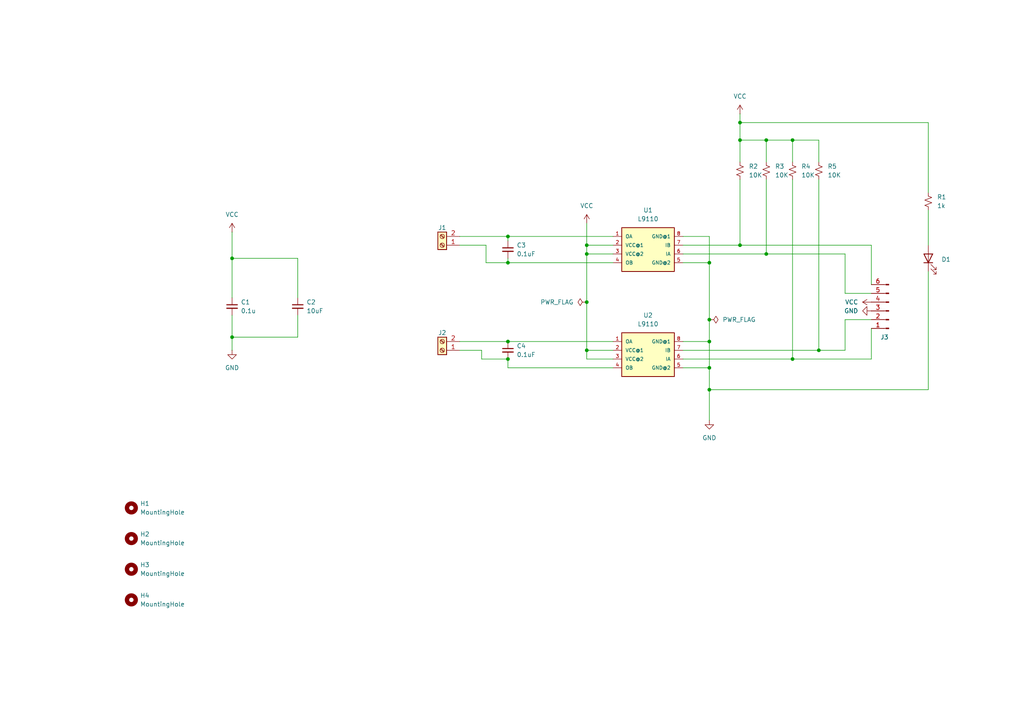
<source format=kicad_sch>
(kicad_sch
	(version 20231120)
	(generator "eeschema")
	(generator_version "8.0")
	(uuid "edd9ec1d-f044-4b07-9118-a7fcd2e25489")
	(paper "A4")
	(title_block
		(title "L9110 Module")
		(company "Prince Lee Muhera")
	)
	(lib_symbols
		(symbol "Connector:Conn_01x06_Pin"
			(pin_names
				(offset 1.016) hide)
			(exclude_from_sim no)
			(in_bom yes)
			(on_board yes)
			(property "Reference" "J"
				(at 0 7.62 0)
				(effects
					(font
						(size 1.27 1.27)
					)
				)
			)
			(property "Value" "Conn_01x06_Pin"
				(at 0 -10.16 0)
				(effects
					(font
						(size 1.27 1.27)
					)
				)
			)
			(property "Footprint" ""
				(at 0 0 0)
				(effects
					(font
						(size 1.27 1.27)
					)
					(hide yes)
				)
			)
			(property "Datasheet" "~"
				(at 0 0 0)
				(effects
					(font
						(size 1.27 1.27)
					)
					(hide yes)
				)
			)
			(property "Description" "Generic connector, single row, 01x06, script generated"
				(at 0 0 0)
				(effects
					(font
						(size 1.27 1.27)
					)
					(hide yes)
				)
			)
			(property "ki_locked" ""
				(at 0 0 0)
				(effects
					(font
						(size 1.27 1.27)
					)
				)
			)
			(property "ki_keywords" "connector"
				(at 0 0 0)
				(effects
					(font
						(size 1.27 1.27)
					)
					(hide yes)
				)
			)
			(property "ki_fp_filters" "Connector*:*_1x??_*"
				(at 0 0 0)
				(effects
					(font
						(size 1.27 1.27)
					)
					(hide yes)
				)
			)
			(symbol "Conn_01x06_Pin_1_1"
				(polyline
					(pts
						(xy 1.27 -7.62) (xy 0.8636 -7.62)
					)
					(stroke
						(width 0.1524)
						(type default)
					)
					(fill
						(type none)
					)
				)
				(polyline
					(pts
						(xy 1.27 -5.08) (xy 0.8636 -5.08)
					)
					(stroke
						(width 0.1524)
						(type default)
					)
					(fill
						(type none)
					)
				)
				(polyline
					(pts
						(xy 1.27 -2.54) (xy 0.8636 -2.54)
					)
					(stroke
						(width 0.1524)
						(type default)
					)
					(fill
						(type none)
					)
				)
				(polyline
					(pts
						(xy 1.27 0) (xy 0.8636 0)
					)
					(stroke
						(width 0.1524)
						(type default)
					)
					(fill
						(type none)
					)
				)
				(polyline
					(pts
						(xy 1.27 2.54) (xy 0.8636 2.54)
					)
					(stroke
						(width 0.1524)
						(type default)
					)
					(fill
						(type none)
					)
				)
				(polyline
					(pts
						(xy 1.27 5.08) (xy 0.8636 5.08)
					)
					(stroke
						(width 0.1524)
						(type default)
					)
					(fill
						(type none)
					)
				)
				(rectangle
					(start 0.8636 -7.493)
					(end 0 -7.747)
					(stroke
						(width 0.1524)
						(type default)
					)
					(fill
						(type outline)
					)
				)
				(rectangle
					(start 0.8636 -4.953)
					(end 0 -5.207)
					(stroke
						(width 0.1524)
						(type default)
					)
					(fill
						(type outline)
					)
				)
				(rectangle
					(start 0.8636 -2.413)
					(end 0 -2.667)
					(stroke
						(width 0.1524)
						(type default)
					)
					(fill
						(type outline)
					)
				)
				(rectangle
					(start 0.8636 0.127)
					(end 0 -0.127)
					(stroke
						(width 0.1524)
						(type default)
					)
					(fill
						(type outline)
					)
				)
				(rectangle
					(start 0.8636 2.667)
					(end 0 2.413)
					(stroke
						(width 0.1524)
						(type default)
					)
					(fill
						(type outline)
					)
				)
				(rectangle
					(start 0.8636 5.207)
					(end 0 4.953)
					(stroke
						(width 0.1524)
						(type default)
					)
					(fill
						(type outline)
					)
				)
				(pin passive line
					(at 5.08 5.08 180)
					(length 3.81)
					(name "Pin_1"
						(effects
							(font
								(size 1.27 1.27)
							)
						)
					)
					(number "1"
						(effects
							(font
								(size 1.27 1.27)
							)
						)
					)
				)
				(pin passive line
					(at 5.08 2.54 180)
					(length 3.81)
					(name "Pin_2"
						(effects
							(font
								(size 1.27 1.27)
							)
						)
					)
					(number "2"
						(effects
							(font
								(size 1.27 1.27)
							)
						)
					)
				)
				(pin passive line
					(at 5.08 0 180)
					(length 3.81)
					(name "Pin_3"
						(effects
							(font
								(size 1.27 1.27)
							)
						)
					)
					(number "3"
						(effects
							(font
								(size 1.27 1.27)
							)
						)
					)
				)
				(pin passive line
					(at 5.08 -2.54 180)
					(length 3.81)
					(name "Pin_4"
						(effects
							(font
								(size 1.27 1.27)
							)
						)
					)
					(number "4"
						(effects
							(font
								(size 1.27 1.27)
							)
						)
					)
				)
				(pin passive line
					(at 5.08 -5.08 180)
					(length 3.81)
					(name "Pin_5"
						(effects
							(font
								(size 1.27 1.27)
							)
						)
					)
					(number "5"
						(effects
							(font
								(size 1.27 1.27)
							)
						)
					)
				)
				(pin passive line
					(at 5.08 -7.62 180)
					(length 3.81)
					(name "Pin_6"
						(effects
							(font
								(size 1.27 1.27)
							)
						)
					)
					(number "6"
						(effects
							(font
								(size 1.27 1.27)
							)
						)
					)
				)
			)
		)
		(symbol "Connector:Screw_Terminal_01x02"
			(pin_names
				(offset 1.016) hide)
			(exclude_from_sim no)
			(in_bom yes)
			(on_board yes)
			(property "Reference" "J"
				(at 0 2.54 0)
				(effects
					(font
						(size 1.27 1.27)
					)
				)
			)
			(property "Value" "Screw_Terminal_01x02"
				(at 0 -5.08 0)
				(effects
					(font
						(size 1.27 1.27)
					)
				)
			)
			(property "Footprint" ""
				(at 0 0 0)
				(effects
					(font
						(size 1.27 1.27)
					)
					(hide yes)
				)
			)
			(property "Datasheet" "~"
				(at 0 0 0)
				(effects
					(font
						(size 1.27 1.27)
					)
					(hide yes)
				)
			)
			(property "Description" "Generic screw terminal, single row, 01x02, script generated (kicad-library-utils/schlib/autogen/connector/)"
				(at 0 0 0)
				(effects
					(font
						(size 1.27 1.27)
					)
					(hide yes)
				)
			)
			(property "ki_keywords" "screw terminal"
				(at 0 0 0)
				(effects
					(font
						(size 1.27 1.27)
					)
					(hide yes)
				)
			)
			(property "ki_fp_filters" "TerminalBlock*:*"
				(at 0 0 0)
				(effects
					(font
						(size 1.27 1.27)
					)
					(hide yes)
				)
			)
			(symbol "Screw_Terminal_01x02_1_1"
				(rectangle
					(start -1.27 1.27)
					(end 1.27 -3.81)
					(stroke
						(width 0.254)
						(type default)
					)
					(fill
						(type background)
					)
				)
				(circle
					(center 0 -2.54)
					(radius 0.635)
					(stroke
						(width 0.1524)
						(type default)
					)
					(fill
						(type none)
					)
				)
				(polyline
					(pts
						(xy -0.5334 -2.2098) (xy 0.3302 -3.048)
					)
					(stroke
						(width 0.1524)
						(type default)
					)
					(fill
						(type none)
					)
				)
				(polyline
					(pts
						(xy -0.5334 0.3302) (xy 0.3302 -0.508)
					)
					(stroke
						(width 0.1524)
						(type default)
					)
					(fill
						(type none)
					)
				)
				(polyline
					(pts
						(xy -0.3556 -2.032) (xy 0.508 -2.8702)
					)
					(stroke
						(width 0.1524)
						(type default)
					)
					(fill
						(type none)
					)
				)
				(polyline
					(pts
						(xy -0.3556 0.508) (xy 0.508 -0.3302)
					)
					(stroke
						(width 0.1524)
						(type default)
					)
					(fill
						(type none)
					)
				)
				(circle
					(center 0 0)
					(radius 0.635)
					(stroke
						(width 0.1524)
						(type default)
					)
					(fill
						(type none)
					)
				)
				(pin passive line
					(at -5.08 0 0)
					(length 3.81)
					(name "Pin_1"
						(effects
							(font
								(size 1.27 1.27)
							)
						)
					)
					(number "1"
						(effects
							(font
								(size 1.27 1.27)
							)
						)
					)
				)
				(pin passive line
					(at -5.08 -2.54 0)
					(length 3.81)
					(name "Pin_2"
						(effects
							(font
								(size 1.27 1.27)
							)
						)
					)
					(number "2"
						(effects
							(font
								(size 1.27 1.27)
							)
						)
					)
				)
			)
		)
		(symbol "Device:C_Small"
			(pin_numbers hide)
			(pin_names
				(offset 0.254) hide)
			(exclude_from_sim no)
			(in_bom yes)
			(on_board yes)
			(property "Reference" "C"
				(at 0.254 1.778 0)
				(effects
					(font
						(size 1.27 1.27)
					)
					(justify left)
				)
			)
			(property "Value" "C_Small"
				(at 0.254 -2.032 0)
				(effects
					(font
						(size 1.27 1.27)
					)
					(justify left)
				)
			)
			(property "Footprint" ""
				(at 0 0 0)
				(effects
					(font
						(size 1.27 1.27)
					)
					(hide yes)
				)
			)
			(property "Datasheet" "~"
				(at 0 0 0)
				(effects
					(font
						(size 1.27 1.27)
					)
					(hide yes)
				)
			)
			(property "Description" "Unpolarized capacitor, small symbol"
				(at 0 0 0)
				(effects
					(font
						(size 1.27 1.27)
					)
					(hide yes)
				)
			)
			(property "ki_keywords" "capacitor cap"
				(at 0 0 0)
				(effects
					(font
						(size 1.27 1.27)
					)
					(hide yes)
				)
			)
			(property "ki_fp_filters" "C_*"
				(at 0 0 0)
				(effects
					(font
						(size 1.27 1.27)
					)
					(hide yes)
				)
			)
			(symbol "C_Small_0_1"
				(polyline
					(pts
						(xy -1.524 -0.508) (xy 1.524 -0.508)
					)
					(stroke
						(width 0.3302)
						(type default)
					)
					(fill
						(type none)
					)
				)
				(polyline
					(pts
						(xy -1.524 0.508) (xy 1.524 0.508)
					)
					(stroke
						(width 0.3048)
						(type default)
					)
					(fill
						(type none)
					)
				)
			)
			(symbol "C_Small_1_1"
				(pin passive line
					(at 0 2.54 270)
					(length 2.032)
					(name "~"
						(effects
							(font
								(size 1.27 1.27)
							)
						)
					)
					(number "1"
						(effects
							(font
								(size 1.27 1.27)
							)
						)
					)
				)
				(pin passive line
					(at 0 -2.54 90)
					(length 2.032)
					(name "~"
						(effects
							(font
								(size 1.27 1.27)
							)
						)
					)
					(number "2"
						(effects
							(font
								(size 1.27 1.27)
							)
						)
					)
				)
			)
		)
		(symbol "Device:LED"
			(pin_numbers hide)
			(pin_names
				(offset 1.016) hide)
			(exclude_from_sim no)
			(in_bom yes)
			(on_board yes)
			(property "Reference" "D"
				(at 0 2.54 0)
				(effects
					(font
						(size 1.27 1.27)
					)
				)
			)
			(property "Value" "LED"
				(at 0 -2.54 0)
				(effects
					(font
						(size 1.27 1.27)
					)
				)
			)
			(property "Footprint" ""
				(at 0 0 0)
				(effects
					(font
						(size 1.27 1.27)
					)
					(hide yes)
				)
			)
			(property "Datasheet" "~"
				(at 0 0 0)
				(effects
					(font
						(size 1.27 1.27)
					)
					(hide yes)
				)
			)
			(property "Description" "Light emitting diode"
				(at 0 0 0)
				(effects
					(font
						(size 1.27 1.27)
					)
					(hide yes)
				)
			)
			(property "ki_keywords" "LED diode"
				(at 0 0 0)
				(effects
					(font
						(size 1.27 1.27)
					)
					(hide yes)
				)
			)
			(property "ki_fp_filters" "LED* LED_SMD:* LED_THT:*"
				(at 0 0 0)
				(effects
					(font
						(size 1.27 1.27)
					)
					(hide yes)
				)
			)
			(symbol "LED_0_1"
				(polyline
					(pts
						(xy -1.27 -1.27) (xy -1.27 1.27)
					)
					(stroke
						(width 0.254)
						(type default)
					)
					(fill
						(type none)
					)
				)
				(polyline
					(pts
						(xy -1.27 0) (xy 1.27 0)
					)
					(stroke
						(width 0)
						(type default)
					)
					(fill
						(type none)
					)
				)
				(polyline
					(pts
						(xy 1.27 -1.27) (xy 1.27 1.27) (xy -1.27 0) (xy 1.27 -1.27)
					)
					(stroke
						(width 0.254)
						(type default)
					)
					(fill
						(type none)
					)
				)
				(polyline
					(pts
						(xy -3.048 -0.762) (xy -4.572 -2.286) (xy -3.81 -2.286) (xy -4.572 -2.286) (xy -4.572 -1.524)
					)
					(stroke
						(width 0)
						(type default)
					)
					(fill
						(type none)
					)
				)
				(polyline
					(pts
						(xy -1.778 -0.762) (xy -3.302 -2.286) (xy -2.54 -2.286) (xy -3.302 -2.286) (xy -3.302 -1.524)
					)
					(stroke
						(width 0)
						(type default)
					)
					(fill
						(type none)
					)
				)
			)
			(symbol "LED_1_1"
				(pin passive line
					(at -3.81 0 0)
					(length 2.54)
					(name "K"
						(effects
							(font
								(size 1.27 1.27)
							)
						)
					)
					(number "1"
						(effects
							(font
								(size 1.27 1.27)
							)
						)
					)
				)
				(pin passive line
					(at 3.81 0 180)
					(length 2.54)
					(name "A"
						(effects
							(font
								(size 1.27 1.27)
							)
						)
					)
					(number "2"
						(effects
							(font
								(size 1.27 1.27)
							)
						)
					)
				)
			)
		)
		(symbol "Device:R_Small_US"
			(pin_numbers hide)
			(pin_names
				(offset 0.254) hide)
			(exclude_from_sim no)
			(in_bom yes)
			(on_board yes)
			(property "Reference" "R"
				(at 0.762 0.508 0)
				(effects
					(font
						(size 1.27 1.27)
					)
					(justify left)
				)
			)
			(property "Value" "R_Small_US"
				(at 0.762 -1.016 0)
				(effects
					(font
						(size 1.27 1.27)
					)
					(justify left)
				)
			)
			(property "Footprint" ""
				(at 0 0 0)
				(effects
					(font
						(size 1.27 1.27)
					)
					(hide yes)
				)
			)
			(property "Datasheet" "~"
				(at 0 0 0)
				(effects
					(font
						(size 1.27 1.27)
					)
					(hide yes)
				)
			)
			(property "Description" "Resistor, small US symbol"
				(at 0 0 0)
				(effects
					(font
						(size 1.27 1.27)
					)
					(hide yes)
				)
			)
			(property "ki_keywords" "r resistor"
				(at 0 0 0)
				(effects
					(font
						(size 1.27 1.27)
					)
					(hide yes)
				)
			)
			(property "ki_fp_filters" "R_*"
				(at 0 0 0)
				(effects
					(font
						(size 1.27 1.27)
					)
					(hide yes)
				)
			)
			(symbol "R_Small_US_1_1"
				(polyline
					(pts
						(xy 0 0) (xy 1.016 -0.381) (xy 0 -0.762) (xy -1.016 -1.143) (xy 0 -1.524)
					)
					(stroke
						(width 0)
						(type default)
					)
					(fill
						(type none)
					)
				)
				(polyline
					(pts
						(xy 0 1.524) (xy 1.016 1.143) (xy 0 0.762) (xy -1.016 0.381) (xy 0 0)
					)
					(stroke
						(width 0)
						(type default)
					)
					(fill
						(type none)
					)
				)
				(pin passive line
					(at 0 2.54 270)
					(length 1.016)
					(name "~"
						(effects
							(font
								(size 1.27 1.27)
							)
						)
					)
					(number "1"
						(effects
							(font
								(size 1.27 1.27)
							)
						)
					)
				)
				(pin passive line
					(at 0 -2.54 90)
					(length 1.016)
					(name "~"
						(effects
							(font
								(size 1.27 1.27)
							)
						)
					)
					(number "2"
						(effects
							(font
								(size 1.27 1.27)
							)
						)
					)
				)
			)
		)
		(symbol "L9110:L9110"
			(pin_names
				(offset 1.016)
			)
			(exclude_from_sim no)
			(in_bom yes)
			(on_board yes)
			(property "Reference" "U"
				(at 0 0 0)
				(effects
					(font
						(size 1.27 1.27)
					)
					(justify bottom)
				)
			)
			(property "Value" "L9110"
				(at 0 0 0)
				(effects
					(font
						(size 1.27 1.27)
					)
					(justify bottom)
				)
			)
			(property "Footprint" "L9110:SO-08"
				(at 0 0 0)
				(effects
					(font
						(size 1.27 1.27)
					)
					(justify bottom)
					(hide yes)
				)
			)
			(property "Datasheet" ""
				(at 0 0 0)
				(effects
					(font
						(size 1.27 1.27)
					)
					(hide yes)
				)
			)
			(property "Description" ""
				(at 0 0 0)
				(effects
					(font
						(size 1.27 1.27)
					)
					(hide yes)
				)
			)
			(property "MF" "Asic"
				(at 0 0 0)
				(effects
					(font
						(size 1.27 1.27)
					)
					(justify bottom)
					(hide yes)
				)
			)
			(property "Description_1" "\nMotor control driver chip\n"
				(at 0 0 0)
				(effects
					(font
						(size 1.27 1.27)
					)
					(justify bottom)
					(hide yes)
				)
			)
			(property "Package" "Package"
				(at 0 0 0)
				(effects
					(font
						(size 1.27 1.27)
					)
					(justify bottom)
					(hide yes)
				)
			)
			(property "Price" "None"
				(at 0 0 0)
				(effects
					(font
						(size 1.27 1.27)
					)
					(justify bottom)
					(hide yes)
				)
			)
			(property "SnapEDA_Link" "https://www.snapeda.com/parts/L9110%20(SOP-8)/Asic/view-part/?ref=snap"
				(at 0 0 0)
				(effects
					(font
						(size 1.27 1.27)
					)
					(justify bottom)
					(hide yes)
				)
			)
			(property "MP" "L9110 (SOP-8)"
				(at 0 0 0)
				(effects
					(font
						(size 1.27 1.27)
					)
					(justify bottom)
					(hide yes)
				)
			)
			(property "Availability" "Not in stock"
				(at 0 0 0)
				(effects
					(font
						(size 1.27 1.27)
					)
					(justify bottom)
					(hide yes)
				)
			)
			(property "Check_prices" "https://www.snapeda.com/parts/L9110%20(SOP-8)/Asic/view-part/?ref=eda"
				(at 0 0 0)
				(effects
					(font
						(size 1.27 1.27)
					)
					(justify bottom)
					(hide yes)
				)
			)
			(symbol "L9110_0_0"
				(rectangle
					(start -7.62 -5.08)
					(end 7.62 7.62)
					(stroke
						(width 0.254)
						(type default)
					)
					(fill
						(type background)
					)
				)
				(pin output line
					(at -10.16 5.08 0)
					(length 2.54)
					(name "OA"
						(effects
							(font
								(size 1.016 1.016)
							)
						)
					)
					(number "1"
						(effects
							(font
								(size 1.016 1.016)
							)
						)
					)
				)
				(pin power_in line
					(at -10.16 2.54 0)
					(length 2.54)
					(name "VCC@1"
						(effects
							(font
								(size 1.016 1.016)
							)
						)
					)
					(number "2"
						(effects
							(font
								(size 1.016 1.016)
							)
						)
					)
				)
				(pin power_in line
					(at -10.16 0 0)
					(length 2.54)
					(name "VCC@2"
						(effects
							(font
								(size 1.016 1.016)
							)
						)
					)
					(number "3"
						(effects
							(font
								(size 1.016 1.016)
							)
						)
					)
				)
				(pin output line
					(at -10.16 -2.54 0)
					(length 2.54)
					(name "OB"
						(effects
							(font
								(size 1.016 1.016)
							)
						)
					)
					(number "4"
						(effects
							(font
								(size 1.016 1.016)
							)
						)
					)
				)
				(pin power_in line
					(at 10.16 -2.54 180)
					(length 2.54)
					(name "GND@2"
						(effects
							(font
								(size 1.016 1.016)
							)
						)
					)
					(number "5"
						(effects
							(font
								(size 1.016 1.016)
							)
						)
					)
				)
				(pin input line
					(at 10.16 0 180)
					(length 2.54)
					(name "IA"
						(effects
							(font
								(size 1.016 1.016)
							)
						)
					)
					(number "6"
						(effects
							(font
								(size 1.016 1.016)
							)
						)
					)
				)
				(pin input line
					(at 10.16 2.54 180)
					(length 2.54)
					(name "IB"
						(effects
							(font
								(size 1.016 1.016)
							)
						)
					)
					(number "7"
						(effects
							(font
								(size 1.016 1.016)
							)
						)
					)
				)
				(pin power_in line
					(at 10.16 5.08 180)
					(length 2.54)
					(name "GND@1"
						(effects
							(font
								(size 1.016 1.016)
							)
						)
					)
					(number "8"
						(effects
							(font
								(size 1.016 1.016)
							)
						)
					)
				)
			)
		)
		(symbol "Mechanical:MountingHole"
			(pin_names
				(offset 1.016)
			)
			(exclude_from_sim yes)
			(in_bom no)
			(on_board yes)
			(property "Reference" "H"
				(at 0 5.08 0)
				(effects
					(font
						(size 1.27 1.27)
					)
				)
			)
			(property "Value" "MountingHole"
				(at 0 3.175 0)
				(effects
					(font
						(size 1.27 1.27)
					)
				)
			)
			(property "Footprint" ""
				(at 0 0 0)
				(effects
					(font
						(size 1.27 1.27)
					)
					(hide yes)
				)
			)
			(property "Datasheet" "~"
				(at 0 0 0)
				(effects
					(font
						(size 1.27 1.27)
					)
					(hide yes)
				)
			)
			(property "Description" "Mounting Hole without connection"
				(at 0 0 0)
				(effects
					(font
						(size 1.27 1.27)
					)
					(hide yes)
				)
			)
			(property "ki_keywords" "mounting hole"
				(at 0 0 0)
				(effects
					(font
						(size 1.27 1.27)
					)
					(hide yes)
				)
			)
			(property "ki_fp_filters" "MountingHole*"
				(at 0 0 0)
				(effects
					(font
						(size 1.27 1.27)
					)
					(hide yes)
				)
			)
			(symbol "MountingHole_0_1"
				(circle
					(center 0 0)
					(radius 1.27)
					(stroke
						(width 1.27)
						(type default)
					)
					(fill
						(type none)
					)
				)
			)
		)
		(symbol "power:GND"
			(power)
			(pin_numbers hide)
			(pin_names
				(offset 0) hide)
			(exclude_from_sim no)
			(in_bom yes)
			(on_board yes)
			(property "Reference" "#PWR"
				(at 0 -6.35 0)
				(effects
					(font
						(size 1.27 1.27)
					)
					(hide yes)
				)
			)
			(property "Value" "GND"
				(at 0 -3.81 0)
				(effects
					(font
						(size 1.27 1.27)
					)
				)
			)
			(property "Footprint" ""
				(at 0 0 0)
				(effects
					(font
						(size 1.27 1.27)
					)
					(hide yes)
				)
			)
			(property "Datasheet" ""
				(at 0 0 0)
				(effects
					(font
						(size 1.27 1.27)
					)
					(hide yes)
				)
			)
			(property "Description" "Power symbol creates a global label with name \"GND\" , ground"
				(at 0 0 0)
				(effects
					(font
						(size 1.27 1.27)
					)
					(hide yes)
				)
			)
			(property "ki_keywords" "global power"
				(at 0 0 0)
				(effects
					(font
						(size 1.27 1.27)
					)
					(hide yes)
				)
			)
			(symbol "GND_0_1"
				(polyline
					(pts
						(xy 0 0) (xy 0 -1.27) (xy 1.27 -1.27) (xy 0 -2.54) (xy -1.27 -1.27) (xy 0 -1.27)
					)
					(stroke
						(width 0)
						(type default)
					)
					(fill
						(type none)
					)
				)
			)
			(symbol "GND_1_1"
				(pin power_in line
					(at 0 0 270)
					(length 0)
					(name "~"
						(effects
							(font
								(size 1.27 1.27)
							)
						)
					)
					(number "1"
						(effects
							(font
								(size 1.27 1.27)
							)
						)
					)
				)
			)
		)
		(symbol "power:PWR_FLAG"
			(power)
			(pin_numbers hide)
			(pin_names
				(offset 0) hide)
			(exclude_from_sim no)
			(in_bom yes)
			(on_board yes)
			(property "Reference" "#FLG"
				(at 0 1.905 0)
				(effects
					(font
						(size 1.27 1.27)
					)
					(hide yes)
				)
			)
			(property "Value" "PWR_FLAG"
				(at 0 3.81 0)
				(effects
					(font
						(size 1.27 1.27)
					)
				)
			)
			(property "Footprint" ""
				(at 0 0 0)
				(effects
					(font
						(size 1.27 1.27)
					)
					(hide yes)
				)
			)
			(property "Datasheet" "~"
				(at 0 0 0)
				(effects
					(font
						(size 1.27 1.27)
					)
					(hide yes)
				)
			)
			(property "Description" "Special symbol for telling ERC where power comes from"
				(at 0 0 0)
				(effects
					(font
						(size 1.27 1.27)
					)
					(hide yes)
				)
			)
			(property "ki_keywords" "flag power"
				(at 0 0 0)
				(effects
					(font
						(size 1.27 1.27)
					)
					(hide yes)
				)
			)
			(symbol "PWR_FLAG_0_0"
				(pin power_out line
					(at 0 0 90)
					(length 0)
					(name "~"
						(effects
							(font
								(size 1.27 1.27)
							)
						)
					)
					(number "1"
						(effects
							(font
								(size 1.27 1.27)
							)
						)
					)
				)
			)
			(symbol "PWR_FLAG_0_1"
				(polyline
					(pts
						(xy 0 0) (xy 0 1.27) (xy -1.016 1.905) (xy 0 2.54) (xy 1.016 1.905) (xy 0 1.27)
					)
					(stroke
						(width 0)
						(type default)
					)
					(fill
						(type none)
					)
				)
			)
		)
		(symbol "power:VCC"
			(power)
			(pin_numbers hide)
			(pin_names
				(offset 0) hide)
			(exclude_from_sim no)
			(in_bom yes)
			(on_board yes)
			(property "Reference" "#PWR"
				(at 0 -3.81 0)
				(effects
					(font
						(size 1.27 1.27)
					)
					(hide yes)
				)
			)
			(property "Value" "VCC"
				(at 0 3.556 0)
				(effects
					(font
						(size 1.27 1.27)
					)
				)
			)
			(property "Footprint" ""
				(at 0 0 0)
				(effects
					(font
						(size 1.27 1.27)
					)
					(hide yes)
				)
			)
			(property "Datasheet" ""
				(at 0 0 0)
				(effects
					(font
						(size 1.27 1.27)
					)
					(hide yes)
				)
			)
			(property "Description" "Power symbol creates a global label with name \"VCC\""
				(at 0 0 0)
				(effects
					(font
						(size 1.27 1.27)
					)
					(hide yes)
				)
			)
			(property "ki_keywords" "global power"
				(at 0 0 0)
				(effects
					(font
						(size 1.27 1.27)
					)
					(hide yes)
				)
			)
			(symbol "VCC_0_1"
				(polyline
					(pts
						(xy -0.762 1.27) (xy 0 2.54)
					)
					(stroke
						(width 0)
						(type default)
					)
					(fill
						(type none)
					)
				)
				(polyline
					(pts
						(xy 0 0) (xy 0 2.54)
					)
					(stroke
						(width 0)
						(type default)
					)
					(fill
						(type none)
					)
				)
				(polyline
					(pts
						(xy 0 2.54) (xy 0.762 1.27)
					)
					(stroke
						(width 0)
						(type default)
					)
					(fill
						(type none)
					)
				)
			)
			(symbol "VCC_1_1"
				(pin power_in line
					(at 0 0 90)
					(length 0)
					(name "~"
						(effects
							(font
								(size 1.27 1.27)
							)
						)
					)
					(number "1"
						(effects
							(font
								(size 1.27 1.27)
							)
						)
					)
				)
			)
		)
	)
	(junction
		(at 170.18 87.63)
		(diameter 0)
		(color 0 0 0 0)
		(uuid "0cf9d843-9467-4a90-8569-0ea58e7a0afd")
	)
	(junction
		(at 222.25 73.66)
		(diameter 0)
		(color 0 0 0 0)
		(uuid "1b248069-e298-485c-b7f5-98425305724b")
	)
	(junction
		(at 147.32 99.06)
		(diameter 0)
		(color 0 0 0 0)
		(uuid "208d8e7b-7d3d-4c43-9fb2-6e7851bbad9e")
	)
	(junction
		(at 205.74 106.68)
		(diameter 0)
		(color 0 0 0 0)
		(uuid "31a6cc7f-08e8-4797-b1ca-b29f07ee5e45")
	)
	(junction
		(at 229.87 104.14)
		(diameter 0)
		(color 0 0 0 0)
		(uuid "3682c77b-3696-4e14-b856-d352f88b5905")
	)
	(junction
		(at 147.32 104.14)
		(diameter 0)
		(color 0 0 0 0)
		(uuid "41196e81-84a0-4d98-9c3d-8dc47760a159")
	)
	(junction
		(at 214.63 71.12)
		(diameter 0)
		(color 0 0 0 0)
		(uuid "54309361-eeaf-42bb-9755-3833af802964")
	)
	(junction
		(at 229.87 40.64)
		(diameter 0)
		(color 0 0 0 0)
		(uuid "5a972902-fc43-4e0d-b608-db3960333c18")
	)
	(junction
		(at 170.18 73.66)
		(diameter 0)
		(color 0 0 0 0)
		(uuid "5dc75549-2181-4a97-9b34-d5d1e568687e")
	)
	(junction
		(at 222.25 40.64)
		(diameter 0)
		(color 0 0 0 0)
		(uuid "61842e59-62c4-4856-98ad-62a3ef9848e2")
	)
	(junction
		(at 67.31 97.79)
		(diameter 0)
		(color 0 0 0 0)
		(uuid "64ffb752-b1fc-4a69-ba6e-c27a3fdb5686")
	)
	(junction
		(at 214.63 35.56)
		(diameter 0)
		(color 0 0 0 0)
		(uuid "81951559-9e30-4064-b268-4fa85e9a0e50")
	)
	(junction
		(at 170.18 71.12)
		(diameter 0)
		(color 0 0 0 0)
		(uuid "921ec9af-b93f-43c8-bf0d-a9e494f640d0")
	)
	(junction
		(at 205.74 76.2)
		(diameter 0)
		(color 0 0 0 0)
		(uuid "94d330bd-8b30-4d6a-8522-acea545172d4")
	)
	(junction
		(at 214.63 40.64)
		(diameter 0)
		(color 0 0 0 0)
		(uuid "99d4290f-8ccb-4919-b417-09eeb635a9a2")
	)
	(junction
		(at 205.74 99.06)
		(diameter 0)
		(color 0 0 0 0)
		(uuid "a38bec7d-2707-4570-b873-811deba569b5")
	)
	(junction
		(at 170.18 101.6)
		(diameter 0)
		(color 0 0 0 0)
		(uuid "b1e90b80-610e-46bf-9d19-eb67065f8291")
	)
	(junction
		(at 147.32 68.58)
		(diameter 0)
		(color 0 0 0 0)
		(uuid "b303b2b5-5535-4732-aeac-5a498a973b1a")
	)
	(junction
		(at 237.49 101.6)
		(diameter 0)
		(color 0 0 0 0)
		(uuid "b3d8165c-65d1-4795-9b33-d8372fca0365")
	)
	(junction
		(at 147.32 76.2)
		(diameter 0)
		(color 0 0 0 0)
		(uuid "b4dfd1df-eb27-48ea-97da-3ef7780681d5")
	)
	(junction
		(at 67.31 74.93)
		(diameter 0)
		(color 0 0 0 0)
		(uuid "c7c10c11-ca4f-44f3-8565-cb9a3970a4b2")
	)
	(junction
		(at 205.74 113.03)
		(diameter 0)
		(color 0 0 0 0)
		(uuid "d3fdb67c-74ae-4fe7-a363-0bd59ca352b4")
	)
	(junction
		(at 205.74 92.71)
		(diameter 0)
		(color 0 0 0 0)
		(uuid "f357849a-dac2-4a8a-b721-38b51c11e095")
	)
	(wire
		(pts
			(xy 269.24 55.88) (xy 269.24 35.56)
		)
		(stroke
			(width 0)
			(type default)
		)
		(uuid "005eee12-c0a9-40bc-ac93-96f428230ba0")
	)
	(wire
		(pts
			(xy 139.7 101.6) (xy 139.7 104.14)
		)
		(stroke
			(width 0)
			(type default)
		)
		(uuid "00f09dfe-cd19-4c3d-b674-79b90df33c4b")
	)
	(wire
		(pts
			(xy 147.32 76.2) (xy 177.8 76.2)
		)
		(stroke
			(width 0)
			(type default)
		)
		(uuid "056ff451-ad42-4073-8f3c-c3b92e748bd3")
	)
	(wire
		(pts
			(xy 245.11 101.6) (xy 245.11 92.71)
		)
		(stroke
			(width 0)
			(type default)
		)
		(uuid "0bbbb841-6e2a-42a5-84d5-563b88c37eb7")
	)
	(wire
		(pts
			(xy 170.18 101.6) (xy 177.8 101.6)
		)
		(stroke
			(width 0)
			(type default)
		)
		(uuid "0cfe7fd5-4bb9-4803-8e76-969ed7d2e340")
	)
	(wire
		(pts
			(xy 252.73 104.14) (xy 252.73 95.25)
		)
		(stroke
			(width 0)
			(type default)
		)
		(uuid "0fbcdb55-70aa-4399-8746-2c49cc18608c")
	)
	(wire
		(pts
			(xy 170.18 104.14) (xy 170.18 101.6)
		)
		(stroke
			(width 0)
			(type default)
		)
		(uuid "10b815b9-733f-4314-b936-f045102dbca8")
	)
	(wire
		(pts
			(xy 214.63 33.02) (xy 214.63 35.56)
		)
		(stroke
			(width 0)
			(type default)
		)
		(uuid "124add84-d0cd-48c7-9909-dfc48f49b70f")
	)
	(wire
		(pts
			(xy 198.12 73.66) (xy 222.25 73.66)
		)
		(stroke
			(width 0)
			(type default)
		)
		(uuid "1321b299-c402-4355-9557-eb1727a3a251")
	)
	(wire
		(pts
			(xy 205.74 76.2) (xy 205.74 92.71)
		)
		(stroke
			(width 0)
			(type default)
		)
		(uuid "18b90cf1-efca-4f09-99cc-99892a059c7b")
	)
	(wire
		(pts
			(xy 170.18 71.12) (xy 177.8 71.12)
		)
		(stroke
			(width 0)
			(type default)
		)
		(uuid "1d94dffd-4031-47d4-9cdd-41f811e251d7")
	)
	(wire
		(pts
			(xy 86.36 74.93) (xy 67.31 74.93)
		)
		(stroke
			(width 0)
			(type default)
		)
		(uuid "26b8ecf6-84ca-42a5-abec-4923ce70a325")
	)
	(wire
		(pts
			(xy 222.25 73.66) (xy 245.11 73.66)
		)
		(stroke
			(width 0)
			(type default)
		)
		(uuid "271ded66-18b6-48ae-ae1d-54f347e1abd4")
	)
	(wire
		(pts
			(xy 198.12 104.14) (xy 229.87 104.14)
		)
		(stroke
			(width 0)
			(type default)
		)
		(uuid "29c77891-3f08-484b-9fe7-0dd4b7ba1d8a")
	)
	(wire
		(pts
			(xy 198.12 68.58) (xy 205.74 68.58)
		)
		(stroke
			(width 0)
			(type default)
		)
		(uuid "2a51e7da-6bfb-4e83-ad59-1387979ccfc4")
	)
	(wire
		(pts
			(xy 198.12 101.6) (xy 237.49 101.6)
		)
		(stroke
			(width 0)
			(type default)
		)
		(uuid "2b4f6cf9-05d3-4186-97a1-303b31fa028f")
	)
	(wire
		(pts
			(xy 147.32 68.58) (xy 147.32 69.85)
		)
		(stroke
			(width 0)
			(type default)
		)
		(uuid "2bed8be0-88c2-4c01-bad7-7556743887f1")
	)
	(wire
		(pts
			(xy 170.18 87.63) (xy 170.18 73.66)
		)
		(stroke
			(width 0)
			(type default)
		)
		(uuid "339fcbe0-1df2-4347-b418-1f348042c586")
	)
	(wire
		(pts
			(xy 205.74 99.06) (xy 205.74 106.68)
		)
		(stroke
			(width 0)
			(type default)
		)
		(uuid "362e3709-e435-4108-9611-d0812a080e53")
	)
	(wire
		(pts
			(xy 245.11 85.09) (xy 252.73 85.09)
		)
		(stroke
			(width 0)
			(type default)
		)
		(uuid "3fb509d4-7387-4d61-9d6b-5ce2de655683")
	)
	(wire
		(pts
			(xy 205.74 113.03) (xy 205.74 121.92)
		)
		(stroke
			(width 0)
			(type default)
		)
		(uuid "47293c8a-51fd-4e67-95cd-0425fc9a6934")
	)
	(wire
		(pts
			(xy 170.18 73.66) (xy 177.8 73.66)
		)
		(stroke
			(width 0)
			(type default)
		)
		(uuid "4abd2e7b-74bb-4fc5-b986-2c2efa0a07d0")
	)
	(wire
		(pts
			(xy 133.35 101.6) (xy 139.7 101.6)
		)
		(stroke
			(width 0)
			(type default)
		)
		(uuid "4eba9e18-8b2e-4e54-a2b1-a20483db18ed")
	)
	(wire
		(pts
			(xy 67.31 97.79) (xy 67.31 101.6)
		)
		(stroke
			(width 0)
			(type default)
		)
		(uuid "5526c266-ad96-40d6-abda-33874bae8ee1")
	)
	(wire
		(pts
			(xy 177.8 104.14) (xy 170.18 104.14)
		)
		(stroke
			(width 0)
			(type default)
		)
		(uuid "57964596-096b-4205-9fc7-154a41d8dbee")
	)
	(wire
		(pts
			(xy 147.32 68.58) (xy 177.8 68.58)
		)
		(stroke
			(width 0)
			(type default)
		)
		(uuid "5aed034d-ab92-44b7-9803-63595accc64f")
	)
	(wire
		(pts
			(xy 214.63 35.56) (xy 214.63 40.64)
		)
		(stroke
			(width 0)
			(type default)
		)
		(uuid "5dafb6ce-ca44-4405-a6d9-fa70821000d2")
	)
	(wire
		(pts
			(xy 86.36 86.36) (xy 86.36 74.93)
		)
		(stroke
			(width 0)
			(type default)
		)
		(uuid "604ad917-b61b-4d6b-8935-d7323deea8c3")
	)
	(wire
		(pts
			(xy 147.32 74.93) (xy 147.32 76.2)
		)
		(stroke
			(width 0)
			(type default)
		)
		(uuid "632fdf47-b91c-48fc-8c5c-0a790bcc216d")
	)
	(wire
		(pts
			(xy 214.63 40.64) (xy 214.63 46.99)
		)
		(stroke
			(width 0)
			(type default)
		)
		(uuid "63b0d545-5758-4c57-84a6-24aa5cd23174")
	)
	(wire
		(pts
			(xy 198.12 106.68) (xy 205.74 106.68)
		)
		(stroke
			(width 0)
			(type default)
		)
		(uuid "69ba3010-1e62-4e1b-8ed7-cdf217449dc5")
	)
	(wire
		(pts
			(xy 86.36 91.44) (xy 86.36 97.79)
		)
		(stroke
			(width 0)
			(type default)
		)
		(uuid "6a42b83a-bdf4-4e86-9dec-83a7d21d340b")
	)
	(wire
		(pts
			(xy 133.35 99.06) (xy 147.32 99.06)
		)
		(stroke
			(width 0)
			(type default)
		)
		(uuid "6f66840f-edf7-4468-b904-75063546d509")
	)
	(wire
		(pts
			(xy 269.24 35.56) (xy 214.63 35.56)
		)
		(stroke
			(width 0)
			(type default)
		)
		(uuid "7104b0d0-4515-4e3e-919d-11209015abe5")
	)
	(wire
		(pts
			(xy 222.25 52.07) (xy 222.25 73.66)
		)
		(stroke
			(width 0)
			(type default)
		)
		(uuid "77eeb588-288c-4f0f-aed2-9ff3db516830")
	)
	(wire
		(pts
			(xy 214.63 71.12) (xy 252.73 71.12)
		)
		(stroke
			(width 0)
			(type default)
		)
		(uuid "7998f6ab-7215-496c-8539-536063c55204")
	)
	(wire
		(pts
			(xy 67.31 74.93) (xy 67.31 86.36)
		)
		(stroke
			(width 0)
			(type default)
		)
		(uuid "7cded342-afa4-4fbf-a552-9ea1cc6be697")
	)
	(wire
		(pts
			(xy 198.12 99.06) (xy 205.74 99.06)
		)
		(stroke
			(width 0)
			(type default)
		)
		(uuid "87c7b2c6-abcb-4046-9120-2b9b36a3bb31")
	)
	(wire
		(pts
			(xy 86.36 97.79) (xy 67.31 97.79)
		)
		(stroke
			(width 0)
			(type default)
		)
		(uuid "87ddce2e-a8aa-44da-af28-05d7494b4fc7")
	)
	(wire
		(pts
			(xy 133.35 68.58) (xy 147.32 68.58)
		)
		(stroke
			(width 0)
			(type default)
		)
		(uuid "8a96e974-1a94-45e9-b736-b113722501f6")
	)
	(wire
		(pts
			(xy 229.87 46.99) (xy 229.87 40.64)
		)
		(stroke
			(width 0)
			(type default)
		)
		(uuid "907c36b7-191c-4df3-9fa1-58dc2af3c031")
	)
	(wire
		(pts
			(xy 198.12 71.12) (xy 214.63 71.12)
		)
		(stroke
			(width 0)
			(type default)
		)
		(uuid "99902d31-2c09-4767-bdf5-53a89dc7e6ce")
	)
	(wire
		(pts
			(xy 269.24 113.03) (xy 205.74 113.03)
		)
		(stroke
			(width 0)
			(type default)
		)
		(uuid "99f51f47-6078-4fb5-abcb-0ed61360fec8")
	)
	(wire
		(pts
			(xy 214.63 52.07) (xy 214.63 71.12)
		)
		(stroke
			(width 0)
			(type default)
		)
		(uuid "9a724a9a-da96-432b-8057-516f913a27d0")
	)
	(wire
		(pts
			(xy 252.73 71.12) (xy 252.73 82.55)
		)
		(stroke
			(width 0)
			(type default)
		)
		(uuid "9b2b7fcd-8c08-47c7-a0cb-888cbb9340ec")
	)
	(wire
		(pts
			(xy 170.18 73.66) (xy 170.18 71.12)
		)
		(stroke
			(width 0)
			(type default)
		)
		(uuid "9dd2f63e-7013-466d-8f2a-8f9461fda5c9")
	)
	(wire
		(pts
			(xy 170.18 71.12) (xy 170.18 64.77)
		)
		(stroke
			(width 0)
			(type default)
		)
		(uuid "a06d64d8-e04f-454f-97d9-18e7fd1723c5")
	)
	(wire
		(pts
			(xy 222.25 46.99) (xy 222.25 40.64)
		)
		(stroke
			(width 0)
			(type default)
		)
		(uuid "a44d33c0-889d-4cbc-8869-dfc17df22cb9")
	)
	(wire
		(pts
			(xy 140.97 71.12) (xy 140.97 76.2)
		)
		(stroke
			(width 0)
			(type default)
		)
		(uuid "a587f174-bc5b-412c-b5da-bc82ccf13051")
	)
	(wire
		(pts
			(xy 205.74 92.71) (xy 205.74 99.06)
		)
		(stroke
			(width 0)
			(type default)
		)
		(uuid "a7722bef-6fa4-4a26-85c2-fa13c8def636")
	)
	(wire
		(pts
			(xy 222.25 40.64) (xy 214.63 40.64)
		)
		(stroke
			(width 0)
			(type default)
		)
		(uuid "a77e3b17-1b2f-46b2-a0d7-e09736194af0")
	)
	(wire
		(pts
			(xy 237.49 40.64) (xy 229.87 40.64)
		)
		(stroke
			(width 0)
			(type default)
		)
		(uuid "ab2a6189-fd2f-4f59-89cc-9ed3d2915379")
	)
	(wire
		(pts
			(xy 67.31 67.31) (xy 67.31 74.93)
		)
		(stroke
			(width 0)
			(type default)
		)
		(uuid "b163b150-21b3-4ce8-93ca-06a80b0e8277")
	)
	(wire
		(pts
			(xy 139.7 104.14) (xy 147.32 104.14)
		)
		(stroke
			(width 0)
			(type default)
		)
		(uuid "b3f6a829-6527-46c8-ba34-589a6b304a8d")
	)
	(wire
		(pts
			(xy 237.49 46.99) (xy 237.49 40.64)
		)
		(stroke
			(width 0)
			(type default)
		)
		(uuid "bd454923-7060-4e52-815d-8686407dc7b6")
	)
	(wire
		(pts
			(xy 147.32 106.68) (xy 147.32 104.14)
		)
		(stroke
			(width 0)
			(type default)
		)
		(uuid "bef0909f-52e1-426e-8721-b2d7b772360f")
	)
	(wire
		(pts
			(xy 198.12 76.2) (xy 205.74 76.2)
		)
		(stroke
			(width 0)
			(type default)
		)
		(uuid "bf14e062-a11c-43f6-91ba-f2780dc8af39")
	)
	(wire
		(pts
			(xy 269.24 78.74) (xy 269.24 113.03)
		)
		(stroke
			(width 0)
			(type default)
		)
		(uuid "c7589895-7bf7-44f0-aad4-b1b8bac9ac65")
	)
	(wire
		(pts
			(xy 237.49 101.6) (xy 245.11 101.6)
		)
		(stroke
			(width 0)
			(type default)
		)
		(uuid "cde803ad-d316-4ffa-a69a-7437a784adb9")
	)
	(wire
		(pts
			(xy 140.97 76.2) (xy 147.32 76.2)
		)
		(stroke
			(width 0)
			(type default)
		)
		(uuid "d12e64a2-6512-4a9d-b8db-987839858a06")
	)
	(wire
		(pts
			(xy 229.87 52.07) (xy 229.87 104.14)
		)
		(stroke
			(width 0)
			(type default)
		)
		(uuid "d3495191-0206-4ac2-bd01-6f108f2d61b1")
	)
	(wire
		(pts
			(xy 245.11 92.71) (xy 252.73 92.71)
		)
		(stroke
			(width 0)
			(type default)
		)
		(uuid "d4a3747a-b631-4a42-a30c-491070825179")
	)
	(wire
		(pts
			(xy 170.18 101.6) (xy 170.18 87.63)
		)
		(stroke
			(width 0)
			(type default)
		)
		(uuid "d943948e-6207-481a-9647-d0a4e7ed3aae")
	)
	(wire
		(pts
			(xy 245.11 73.66) (xy 245.11 85.09)
		)
		(stroke
			(width 0)
			(type default)
		)
		(uuid "db27d1d3-0c39-4c6c-8e26-75911451576a")
	)
	(wire
		(pts
			(xy 269.24 60.96) (xy 269.24 71.12)
		)
		(stroke
			(width 0)
			(type default)
		)
		(uuid "dc82a644-ec74-4885-affb-a66db1002f5a")
	)
	(wire
		(pts
			(xy 133.35 71.12) (xy 140.97 71.12)
		)
		(stroke
			(width 0)
			(type default)
		)
		(uuid "de1666e3-6994-4b50-b5cd-e0e662117399")
	)
	(wire
		(pts
			(xy 237.49 52.07) (xy 237.49 101.6)
		)
		(stroke
			(width 0)
			(type default)
		)
		(uuid "e1a4774f-7a2a-4405-bf06-5b2a8cbb88e9")
	)
	(wire
		(pts
			(xy 147.32 99.06) (xy 177.8 99.06)
		)
		(stroke
			(width 0)
			(type default)
		)
		(uuid "e62d7d6e-f7f7-41ed-b235-8eb1bb153278")
	)
	(wire
		(pts
			(xy 205.74 106.68) (xy 205.74 113.03)
		)
		(stroke
			(width 0)
			(type default)
		)
		(uuid "ea3ea0a8-bfa2-41c9-981f-011da3282121")
	)
	(wire
		(pts
			(xy 229.87 40.64) (xy 222.25 40.64)
		)
		(stroke
			(width 0)
			(type default)
		)
		(uuid "edf0d64b-58a6-4567-9889-5e630d4738f9")
	)
	(wire
		(pts
			(xy 177.8 106.68) (xy 147.32 106.68)
		)
		(stroke
			(width 0)
			(type default)
		)
		(uuid "f0465730-ecf4-4375-a4fc-95c4f6937909")
	)
	(wire
		(pts
			(xy 229.87 104.14) (xy 252.73 104.14)
		)
		(stroke
			(width 0)
			(type default)
		)
		(uuid "f0960603-534e-4a1f-a40c-8826049d6d7a")
	)
	(wire
		(pts
			(xy 67.31 91.44) (xy 67.31 97.79)
		)
		(stroke
			(width 0)
			(type default)
		)
		(uuid "f4b2d019-db0c-40b7-a4ee-8b2ee702c4c8")
	)
	(wire
		(pts
			(xy 205.74 68.58) (xy 205.74 76.2)
		)
		(stroke
			(width 0)
			(type default)
		)
		(uuid "fa5279d3-73e7-474d-a23e-27c9697bcab1")
	)
	(symbol
		(lib_id "Mechanical:MountingHole")
		(at 38.1 156.21 0)
		(unit 1)
		(exclude_from_sim yes)
		(in_bom no)
		(on_board yes)
		(dnp no)
		(fields_autoplaced yes)
		(uuid "0643892b-19d0-473a-828d-409f3a50b79c")
		(property "Reference" "H2"
			(at 40.64 154.9399 0)
			(effects
				(font
					(size 1.27 1.27)
				)
				(justify left)
			)
		)
		(property "Value" "MountingHole"
			(at 40.64 157.4799 0)
			(effects
				(font
					(size 1.27 1.27)
				)
				(justify left)
			)
		)
		(property "Footprint" "MountingHole:MountingHole_2.1mm"
			(at 38.1 156.21 0)
			(effects
				(font
					(size 1.27 1.27)
				)
				(hide yes)
			)
		)
		(property "Datasheet" "~"
			(at 38.1 156.21 0)
			(effects
				(font
					(size 1.27 1.27)
				)
				(hide yes)
			)
		)
		(property "Description" "Mounting Hole without connection"
			(at 38.1 156.21 0)
			(effects
				(font
					(size 1.27 1.27)
				)
				(hide yes)
			)
		)
		(instances
			(project "L9110"
				(path "/edd9ec1d-f044-4b07-9118-a7fcd2e25489"
					(reference "H2")
					(unit 1)
				)
			)
		)
	)
	(symbol
		(lib_id "Mechanical:MountingHole")
		(at 38.1 147.32 0)
		(unit 1)
		(exclude_from_sim yes)
		(in_bom no)
		(on_board yes)
		(dnp no)
		(fields_autoplaced yes)
		(uuid "0790e2d4-86c2-47cb-93a5-d8e0b5a53ac9")
		(property "Reference" "H1"
			(at 40.64 146.0499 0)
			(effects
				(font
					(size 1.27 1.27)
				)
				(justify left)
			)
		)
		(property "Value" "MountingHole"
			(at 40.64 148.5899 0)
			(effects
				(font
					(size 1.27 1.27)
				)
				(justify left)
			)
		)
		(property "Footprint" "MountingHole:MountingHole_2.1mm"
			(at 38.1 147.32 0)
			(effects
				(font
					(size 1.27 1.27)
				)
				(hide yes)
			)
		)
		(property "Datasheet" "~"
			(at 38.1 147.32 0)
			(effects
				(font
					(size 1.27 1.27)
				)
				(hide yes)
			)
		)
		(property "Description" "Mounting Hole without connection"
			(at 38.1 147.32 0)
			(effects
				(font
					(size 1.27 1.27)
				)
				(hide yes)
			)
		)
		(instances
			(project ""
				(path "/edd9ec1d-f044-4b07-9118-a7fcd2e25489"
					(reference "H1")
					(unit 1)
				)
			)
		)
	)
	(symbol
		(lib_id "Connector:Screw_Terminal_01x02")
		(at 128.27 71.12 180)
		(unit 1)
		(exclude_from_sim no)
		(in_bom yes)
		(on_board yes)
		(dnp no)
		(uuid "1f1833a0-6149-4145-8d18-08770d1243ac")
		(property "Reference" "J1"
			(at 128.27 66.04 0)
			(effects
				(font
					(size 1.27 1.27)
				)
			)
		)
		(property "Value" "Screw_Terminal_01x02"
			(at 128.27 64.77 0)
			(effects
				(font
					(size 1.27 1.27)
				)
				(hide yes)
			)
		)
		(property "Footprint" "TerminalBlock_Phoenix:TerminalBlock_Phoenix_MKDS-1,5-2_1x02_P5.00mm_Horizontal"
			(at 128.27 71.12 0)
			(effects
				(font
					(size 1.27 1.27)
				)
				(hide yes)
			)
		)
		(property "Datasheet" "~"
			(at 128.27 71.12 0)
			(effects
				(font
					(size 1.27 1.27)
				)
				(hide yes)
			)
		)
		(property "Description" "Generic screw terminal, single row, 01x02, script generated (kicad-library-utils/schlib/autogen/connector/)"
			(at 128.27 71.12 0)
			(effects
				(font
					(size 1.27 1.27)
				)
				(hide yes)
			)
		)
		(pin "1"
			(uuid "8c622630-7b3b-472a-aea8-ac06736577ee")
		)
		(pin "2"
			(uuid "6741ab22-acba-4101-ab38-80507318c650")
		)
		(instances
			(project ""
				(path "/edd9ec1d-f044-4b07-9118-a7fcd2e25489"
					(reference "J1")
					(unit 1)
				)
			)
		)
	)
	(symbol
		(lib_id "power:GND")
		(at 67.31 101.6 0)
		(unit 1)
		(exclude_from_sim no)
		(in_bom yes)
		(on_board yes)
		(dnp no)
		(fields_autoplaced yes)
		(uuid "21a84e85-6baa-4804-a09f-36511832c9f2")
		(property "Reference" "#PWR07"
			(at 67.31 107.95 0)
			(effects
				(font
					(size 1.27 1.27)
				)
				(hide yes)
			)
		)
		(property "Value" "GND"
			(at 67.31 106.68 0)
			(effects
				(font
					(size 1.27 1.27)
				)
			)
		)
		(property "Footprint" ""
			(at 67.31 101.6 0)
			(effects
				(font
					(size 1.27 1.27)
				)
				(hide yes)
			)
		)
		(property "Datasheet" ""
			(at 67.31 101.6 0)
			(effects
				(font
					(size 1.27 1.27)
				)
				(hide yes)
			)
		)
		(property "Description" "Power symbol creates a global label with name \"GND\" , ground"
			(at 67.31 101.6 0)
			(effects
				(font
					(size 1.27 1.27)
				)
				(hide yes)
			)
		)
		(pin "1"
			(uuid "f0c096e2-e4c1-4247-a586-487141c62b32")
		)
		(instances
			(project "L9110"
				(path "/edd9ec1d-f044-4b07-9118-a7fcd2e25489"
					(reference "#PWR07")
					(unit 1)
				)
			)
		)
	)
	(symbol
		(lib_id "power:VCC")
		(at 214.63 33.02 0)
		(unit 1)
		(exclude_from_sim no)
		(in_bom yes)
		(on_board yes)
		(dnp no)
		(fields_autoplaced yes)
		(uuid "2f2283e0-727a-4caa-9ab7-72a382a2e083")
		(property "Reference" "#PWR03"
			(at 214.63 36.83 0)
			(effects
				(font
					(size 1.27 1.27)
				)
				(hide yes)
			)
		)
		(property "Value" "VCC"
			(at 214.63 27.94 0)
			(effects
				(font
					(size 1.27 1.27)
				)
			)
		)
		(property "Footprint" ""
			(at 214.63 33.02 0)
			(effects
				(font
					(size 1.27 1.27)
				)
				(hide yes)
			)
		)
		(property "Datasheet" ""
			(at 214.63 33.02 0)
			(effects
				(font
					(size 1.27 1.27)
				)
				(hide yes)
			)
		)
		(property "Description" "Power symbol creates a global label with name \"VCC\""
			(at 214.63 33.02 0)
			(effects
				(font
					(size 1.27 1.27)
				)
				(hide yes)
			)
		)
		(pin "1"
			(uuid "a8296fa9-905e-4b24-acce-83253c65bb27")
		)
		(instances
			(project "L9110"
				(path "/edd9ec1d-f044-4b07-9118-a7fcd2e25489"
					(reference "#PWR03")
					(unit 1)
				)
			)
		)
	)
	(symbol
		(lib_id "Device:C_Small")
		(at 147.32 101.6 0)
		(unit 1)
		(exclude_from_sim no)
		(in_bom yes)
		(on_board yes)
		(dnp no)
		(fields_autoplaced yes)
		(uuid "308f3fd2-8ffb-44f4-9263-5ac9bce882ae")
		(property "Reference" "C4"
			(at 149.86 100.3362 0)
			(effects
				(font
					(size 1.27 1.27)
				)
				(justify left)
			)
		)
		(property "Value" "0.1uF"
			(at 149.86 102.8762 0)
			(effects
				(font
					(size 1.27 1.27)
				)
				(justify left)
			)
		)
		(property "Footprint" "Capacitor_SMD:C_0201_0603Metric"
			(at 147.32 101.6 0)
			(effects
				(font
					(size 1.27 1.27)
				)
				(hide yes)
			)
		)
		(property "Datasheet" "~"
			(at 147.32 101.6 0)
			(effects
				(font
					(size 1.27 1.27)
				)
				(hide yes)
			)
		)
		(property "Description" "Unpolarized capacitor, small symbol"
			(at 147.32 101.6 0)
			(effects
				(font
					(size 1.27 1.27)
				)
				(hide yes)
			)
		)
		(pin "2"
			(uuid "6a1fe40a-42ff-447e-a225-3ba194b7b5b9")
		)
		(pin "1"
			(uuid "7b356f09-dc0f-4c45-95bc-af0e528180be")
		)
		(instances
			(project ""
				(path "/edd9ec1d-f044-4b07-9118-a7fcd2e25489"
					(reference "C4")
					(unit 1)
				)
			)
		)
	)
	(symbol
		(lib_id "power:GND")
		(at 205.74 121.92 0)
		(unit 1)
		(exclude_from_sim no)
		(in_bom yes)
		(on_board yes)
		(dnp no)
		(fields_autoplaced yes)
		(uuid "3fefc241-4231-421b-be84-6a94a1a8a11f")
		(property "Reference" "#PWR01"
			(at 205.74 128.27 0)
			(effects
				(font
					(size 1.27 1.27)
				)
				(hide yes)
			)
		)
		(property "Value" "GND"
			(at 205.74 127 0)
			(effects
				(font
					(size 1.27 1.27)
				)
			)
		)
		(property "Footprint" ""
			(at 205.74 121.92 0)
			(effects
				(font
					(size 1.27 1.27)
				)
				(hide yes)
			)
		)
		(property "Datasheet" ""
			(at 205.74 121.92 0)
			(effects
				(font
					(size 1.27 1.27)
				)
				(hide yes)
			)
		)
		(property "Description" "Power symbol creates a global label with name \"GND\" , ground"
			(at 205.74 121.92 0)
			(effects
				(font
					(size 1.27 1.27)
				)
				(hide yes)
			)
		)
		(pin "1"
			(uuid "c9ddcf17-441a-4540-b6d5-d55ce08a101b")
		)
		(instances
			(project ""
				(path "/edd9ec1d-f044-4b07-9118-a7fcd2e25489"
					(reference "#PWR01")
					(unit 1)
				)
			)
		)
	)
	(symbol
		(lib_id "Device:R_Small_US")
		(at 269.24 58.42 0)
		(unit 1)
		(exclude_from_sim no)
		(in_bom yes)
		(on_board yes)
		(dnp no)
		(fields_autoplaced yes)
		(uuid "4721c5ff-432c-4460-ac64-8e76384b77e9")
		(property "Reference" "R1"
			(at 271.78 57.1499 0)
			(effects
				(font
					(size 1.27 1.27)
				)
				(justify left)
			)
		)
		(property "Value" "1k"
			(at 271.78 59.6899 0)
			(effects
				(font
					(size 1.27 1.27)
				)
				(justify left)
			)
		)
		(property "Footprint" "Resistor_SMD:R_0201_0603Metric"
			(at 269.24 58.42 0)
			(effects
				(font
					(size 1.27 1.27)
				)
				(hide yes)
			)
		)
		(property "Datasheet" "~"
			(at 269.24 58.42 0)
			(effects
				(font
					(size 1.27 1.27)
				)
				(hide yes)
			)
		)
		(property "Description" "Resistor, small US symbol"
			(at 269.24 58.42 0)
			(effects
				(font
					(size 1.27 1.27)
				)
				(hide yes)
			)
		)
		(pin "2"
			(uuid "2dbc6b5e-3a94-4070-a665-7c621c45f72f")
		)
		(pin "1"
			(uuid "088f3264-6923-4e5b-a3c2-755f276d1f02")
		)
		(instances
			(project ""
				(path "/edd9ec1d-f044-4b07-9118-a7fcd2e25489"
					(reference "R1")
					(unit 1)
				)
			)
		)
	)
	(symbol
		(lib_id "power:VCC")
		(at 170.18 64.77 0)
		(unit 1)
		(exclude_from_sim no)
		(in_bom yes)
		(on_board yes)
		(dnp no)
		(fields_autoplaced yes)
		(uuid "4bf6207c-6e3e-4d29-ad11-5b57b42aeef4")
		(property "Reference" "#PWR02"
			(at 170.18 68.58 0)
			(effects
				(font
					(size 1.27 1.27)
				)
				(hide yes)
			)
		)
		(property "Value" "VCC"
			(at 170.18 59.69 0)
			(effects
				(font
					(size 1.27 1.27)
				)
			)
		)
		(property "Footprint" ""
			(at 170.18 64.77 0)
			(effects
				(font
					(size 1.27 1.27)
				)
				(hide yes)
			)
		)
		(property "Datasheet" ""
			(at 170.18 64.77 0)
			(effects
				(font
					(size 1.27 1.27)
				)
				(hide yes)
			)
		)
		(property "Description" "Power symbol creates a global label with name \"VCC\""
			(at 170.18 64.77 0)
			(effects
				(font
					(size 1.27 1.27)
				)
				(hide yes)
			)
		)
		(pin "1"
			(uuid "729f31f5-aad1-491c-aca5-4bae3ca3a3c3")
		)
		(instances
			(project ""
				(path "/edd9ec1d-f044-4b07-9118-a7fcd2e25489"
					(reference "#PWR02")
					(unit 1)
				)
			)
		)
	)
	(symbol
		(lib_id "Device:LED")
		(at 269.24 74.93 90)
		(unit 1)
		(exclude_from_sim no)
		(in_bom yes)
		(on_board yes)
		(dnp no)
		(fields_autoplaced yes)
		(uuid "4ced2555-f1ae-454c-a131-35aabdc4a2e7")
		(property "Reference" "D1"
			(at 273.05 75.2474 90)
			(effects
				(font
					(size 1.27 1.27)
				)
				(justify right)
			)
		)
		(property "Value" "LED"
			(at 273.05 77.7874 90)
			(effects
				(font
					(size 1.27 1.27)
				)
				(justify right)
				(hide yes)
			)
		)
		(property "Footprint" "LED_SMD:LED_0201_0603Metric"
			(at 269.24 74.93 0)
			(effects
				(font
					(size 1.27 1.27)
				)
				(hide yes)
			)
		)
		(property "Datasheet" "~"
			(at 269.24 74.93 0)
			(effects
				(font
					(size 1.27 1.27)
				)
				(hide yes)
			)
		)
		(property "Description" "Light emitting diode"
			(at 269.24 74.93 0)
			(effects
				(font
					(size 1.27 1.27)
				)
				(hide yes)
			)
		)
		(pin "2"
			(uuid "d2abbfea-4487-441d-b085-2de30c15cf0c")
		)
		(pin "1"
			(uuid "4a19cba9-29f5-41a0-a420-bbcd207d1f84")
		)
		(instances
			(project ""
				(path "/edd9ec1d-f044-4b07-9118-a7fcd2e25489"
					(reference "D1")
					(unit 1)
				)
			)
		)
	)
	(symbol
		(lib_id "L9110:L9110")
		(at 187.96 104.14 0)
		(unit 1)
		(exclude_from_sim no)
		(in_bom yes)
		(on_board yes)
		(dnp no)
		(fields_autoplaced yes)
		(uuid "544e1d18-5c1b-4cf8-a4d1-2e4173a3db3c")
		(property "Reference" "U2"
			(at 187.96 91.44 0)
			(effects
				(font
					(size 1.27 1.27)
				)
			)
		)
		(property "Value" "L9110"
			(at 187.96 93.98 0)
			(effects
				(font
					(size 1.27 1.27)
				)
			)
		)
		(property "Footprint" "L9110_KiCAD_module:SO-08"
			(at 187.96 104.14 0)
			(effects
				(font
					(size 1.27 1.27)
				)
				(justify bottom)
				(hide yes)
			)
		)
		(property "Datasheet" ""
			(at 187.96 104.14 0)
			(effects
				(font
					(size 1.27 1.27)
				)
				(hide yes)
			)
		)
		(property "Description" ""
			(at 187.96 104.14 0)
			(effects
				(font
					(size 1.27 1.27)
				)
				(hide yes)
			)
		)
		(property "MF" "Asic"
			(at 187.96 104.14 0)
			(effects
				(font
					(size 1.27 1.27)
				)
				(justify bottom)
				(hide yes)
			)
		)
		(property "Description_1" "\nMotor control driver chip\n"
			(at 187.96 104.14 0)
			(effects
				(font
					(size 1.27 1.27)
				)
				(justify bottom)
				(hide yes)
			)
		)
		(property "Package" "Package"
			(at 187.96 104.14 0)
			(effects
				(font
					(size 1.27 1.27)
				)
				(justify bottom)
				(hide yes)
			)
		)
		(property "Price" "None"
			(at 187.96 104.14 0)
			(effects
				(font
					(size 1.27 1.27)
				)
				(justify bottom)
				(hide yes)
			)
		)
		(property "SnapEDA_Link" "https://www.snapeda.com/parts/L9110%20(SOP-8)/Asic/view-part/?ref=snap"
			(at 187.96 104.14 0)
			(effects
				(font
					(size 1.27 1.27)
				)
				(justify bottom)
				(hide yes)
			)
		)
		(property "MP" "L9110 (SOP-8)"
			(at 187.96 104.14 0)
			(effects
				(font
					(size 1.27 1.27)
				)
				(justify bottom)
				(hide yes)
			)
		)
		(property "Availability" "Not in stock"
			(at 187.96 104.14 0)
			(effects
				(font
					(size 1.27 1.27)
				)
				(justify bottom)
				(hide yes)
			)
		)
		(property "Check_prices" "https://www.snapeda.com/parts/L9110%20(SOP-8)/Asic/view-part/?ref=eda"
			(at 187.96 104.14 0)
			(effects
				(font
					(size 1.27 1.27)
				)
				(justify bottom)
				(hide yes)
			)
		)
		(pin "5"
			(uuid "a35f0da2-0087-4507-ae1f-ea6a8424ddf4")
		)
		(pin "7"
			(uuid "6471f003-961c-4b23-b35b-1aa3e8dc4a50")
		)
		(pin "8"
			(uuid "13204ad0-b3b0-41e9-8e81-edc69f33fde6")
		)
		(pin "1"
			(uuid "484f974c-97a9-41c0-9052-893e274b6c72")
		)
		(pin "2"
			(uuid "9cef405d-5e13-47a1-a669-3a9b55c5d433")
		)
		(pin "3"
			(uuid "0d8f7177-cc19-4633-8ab1-8325c151cff2")
		)
		(pin "4"
			(uuid "55ec2b20-4dda-4cf9-80a5-f45314c0bb28")
		)
		(pin "6"
			(uuid "9062a45d-9b47-4b10-81fb-cf1551f4d54d")
		)
		(instances
			(project "L9110"
				(path "/edd9ec1d-f044-4b07-9118-a7fcd2e25489"
					(reference "U2")
					(unit 1)
				)
			)
		)
	)
	(symbol
		(lib_id "Connector:Conn_01x06_Pin")
		(at 257.81 90.17 180)
		(unit 1)
		(exclude_from_sim no)
		(in_bom yes)
		(on_board yes)
		(dnp no)
		(uuid "56723de6-0fed-4cf2-b40a-53bc610b10f5")
		(property "Reference" "J3"
			(at 256.54 97.79 0)
			(effects
				(font
					(size 1.27 1.27)
				)
			)
		)
		(property "Value" "Conn_01x06_Pin"
			(at 257.175 97.79 0)
			(effects
				(font
					(size 1.27 1.27)
				)
				(hide yes)
			)
		)
		(property "Footprint" "Connector_PinHeader_2.54mm:PinHeader_1x06_P2.54mm_Vertical"
			(at 257.81 90.17 0)
			(effects
				(font
					(size 1.27 1.27)
				)
				(hide yes)
			)
		)
		(property "Datasheet" "~"
			(at 257.81 90.17 0)
			(effects
				(font
					(size 1.27 1.27)
				)
				(hide yes)
			)
		)
		(property "Description" "Generic connector, single row, 01x06, script generated"
			(at 257.81 90.17 0)
			(effects
				(font
					(size 1.27 1.27)
				)
				(hide yes)
			)
		)
		(pin "5"
			(uuid "4b534e11-923f-41e0-b097-794411161a79")
		)
		(pin "2"
			(uuid "9ffa3295-60cf-48eb-8d2b-2d4dbfeb548a")
		)
		(pin "4"
			(uuid "844b2fb6-840d-47c8-9149-0a6d14de070d")
		)
		(pin "3"
			(uuid "e2e4c825-5b9b-4d52-a7f5-9d3c3d49fe37")
		)
		(pin "1"
			(uuid "17b29f67-df6d-495a-a328-97a12d1b8f40")
		)
		(pin "6"
			(uuid "c749f732-5ca6-42f7-878b-cf3e94b84bb3")
		)
		(instances
			(project ""
				(path "/edd9ec1d-f044-4b07-9118-a7fcd2e25489"
					(reference "J3")
					(unit 1)
				)
			)
		)
	)
	(symbol
		(lib_id "Device:C_Small")
		(at 86.36 88.9 0)
		(unit 1)
		(exclude_from_sim no)
		(in_bom yes)
		(on_board yes)
		(dnp no)
		(fields_autoplaced yes)
		(uuid "649e84fb-b5c8-4408-9181-191237c94c4c")
		(property "Reference" "C2"
			(at 88.9 87.6362 0)
			(effects
				(font
					(size 1.27 1.27)
				)
				(justify left)
			)
		)
		(property "Value" "10uF"
			(at 88.9 90.1762 0)
			(effects
				(font
					(size 1.27 1.27)
				)
				(justify left)
			)
		)
		(property "Footprint" "Capacitor_SMD:C_0201_0603Metric"
			(at 86.36 88.9 0)
			(effects
				(font
					(size 1.27 1.27)
				)
				(hide yes)
			)
		)
		(property "Datasheet" "~"
			(at 86.36 88.9 0)
			(effects
				(font
					(size 1.27 1.27)
				)
				(hide yes)
			)
		)
		(property "Description" "Unpolarized capacitor, small symbol"
			(at 86.36 88.9 0)
			(effects
				(font
					(size 1.27 1.27)
				)
				(hide yes)
			)
		)
		(pin "2"
			(uuid "0d2aa98e-a0b6-492b-b34a-362275a22bcc")
		)
		(pin "1"
			(uuid "c1edbdea-e916-4154-91e9-50c0b1db88e2")
		)
		(instances
			(project "L9110"
				(path "/edd9ec1d-f044-4b07-9118-a7fcd2e25489"
					(reference "C2")
					(unit 1)
				)
			)
		)
	)
	(symbol
		(lib_id "power:GND")
		(at 252.73 90.17 270)
		(unit 1)
		(exclude_from_sim no)
		(in_bom yes)
		(on_board yes)
		(dnp no)
		(fields_autoplaced yes)
		(uuid "6d392fb7-e43f-4b0f-97be-81256a1671b3")
		(property "Reference" "#PWR05"
			(at 246.38 90.17 0)
			(effects
				(font
					(size 1.27 1.27)
				)
				(hide yes)
			)
		)
		(property "Value" "GND"
			(at 248.92 90.1699 90)
			(effects
				(font
					(size 1.27 1.27)
				)
				(justify right)
			)
		)
		(property "Footprint" ""
			(at 252.73 90.17 0)
			(effects
				(font
					(size 1.27 1.27)
				)
				(hide yes)
			)
		)
		(property "Datasheet" ""
			(at 252.73 90.17 0)
			(effects
				(font
					(size 1.27 1.27)
				)
				(hide yes)
			)
		)
		(property "Description" "Power symbol creates a global label with name \"GND\" , ground"
			(at 252.73 90.17 0)
			(effects
				(font
					(size 1.27 1.27)
				)
				(hide yes)
			)
		)
		(pin "1"
			(uuid "a26fc55e-35f3-4691-b5c4-7b3f5a1ac170")
		)
		(instances
			(project ""
				(path "/edd9ec1d-f044-4b07-9118-a7fcd2e25489"
					(reference "#PWR05")
					(unit 1)
				)
			)
		)
	)
	(symbol
		(lib_id "power:PWR_FLAG")
		(at 205.74 92.71 270)
		(unit 1)
		(exclude_from_sim no)
		(in_bom yes)
		(on_board yes)
		(dnp no)
		(fields_autoplaced yes)
		(uuid "6efd4c26-0e97-478e-8a6a-81470ba2935c")
		(property "Reference" "#FLG02"
			(at 207.645 92.71 0)
			(effects
				(font
					(size 1.27 1.27)
				)
				(hide yes)
			)
		)
		(property "Value" "PWR_FLAG"
			(at 209.55 92.7099 90)
			(effects
				(font
					(size 1.27 1.27)
				)
				(justify left)
			)
		)
		(property "Footprint" ""
			(at 205.74 92.71 0)
			(effects
				(font
					(size 1.27 1.27)
				)
				(hide yes)
			)
		)
		(property "Datasheet" "~"
			(at 205.74 92.71 0)
			(effects
				(font
					(size 1.27 1.27)
				)
				(hide yes)
			)
		)
		(property "Description" "Special symbol for telling ERC where power comes from"
			(at 205.74 92.71 0)
			(effects
				(font
					(size 1.27 1.27)
				)
				(hide yes)
			)
		)
		(pin "1"
			(uuid "56d57039-f07c-46ae-9dc9-0faa42be1544")
		)
		(instances
			(project "L9110"
				(path "/edd9ec1d-f044-4b07-9118-a7fcd2e25489"
					(reference "#FLG02")
					(unit 1)
				)
			)
		)
	)
	(symbol
		(lib_id "power:VCC")
		(at 252.73 87.63 90)
		(unit 1)
		(exclude_from_sim no)
		(in_bom yes)
		(on_board yes)
		(dnp no)
		(fields_autoplaced yes)
		(uuid "7e429dc5-531e-4953-b873-c968ffe1ab92")
		(property "Reference" "#PWR04"
			(at 256.54 87.63 0)
			(effects
				(font
					(size 1.27 1.27)
				)
				(hide yes)
			)
		)
		(property "Value" "VCC"
			(at 248.92 87.6299 90)
			(effects
				(font
					(size 1.27 1.27)
				)
				(justify left)
			)
		)
		(property "Footprint" ""
			(at 252.73 87.63 0)
			(effects
				(font
					(size 1.27 1.27)
				)
				(hide yes)
			)
		)
		(property "Datasheet" ""
			(at 252.73 87.63 0)
			(effects
				(font
					(size 1.27 1.27)
				)
				(hide yes)
			)
		)
		(property "Description" "Power symbol creates a global label with name \"VCC\""
			(at 252.73 87.63 0)
			(effects
				(font
					(size 1.27 1.27)
				)
				(hide yes)
			)
		)
		(pin "1"
			(uuid "cab6e9da-96b1-4024-a730-1d3fdb4fd4c0")
		)
		(instances
			(project ""
				(path "/edd9ec1d-f044-4b07-9118-a7fcd2e25489"
					(reference "#PWR04")
					(unit 1)
				)
			)
		)
	)
	(symbol
		(lib_id "Mechanical:MountingHole")
		(at 38.1 173.99 0)
		(unit 1)
		(exclude_from_sim yes)
		(in_bom no)
		(on_board yes)
		(dnp no)
		(fields_autoplaced yes)
		(uuid "9389b886-b465-4e80-9ff2-595cc93dec7b")
		(property "Reference" "H4"
			(at 40.64 172.7199 0)
			(effects
				(font
					(size 1.27 1.27)
				)
				(justify left)
			)
		)
		(property "Value" "MountingHole"
			(at 40.64 175.2599 0)
			(effects
				(font
					(size 1.27 1.27)
				)
				(justify left)
			)
		)
		(property "Footprint" "MountingHole:MountingHole_2.1mm"
			(at 38.1 173.99 0)
			(effects
				(font
					(size 1.27 1.27)
				)
				(hide yes)
			)
		)
		(property "Datasheet" "~"
			(at 38.1 173.99 0)
			(effects
				(font
					(size 1.27 1.27)
				)
				(hide yes)
			)
		)
		(property "Description" "Mounting Hole without connection"
			(at 38.1 173.99 0)
			(effects
				(font
					(size 1.27 1.27)
				)
				(hide yes)
			)
		)
		(instances
			(project "L9110"
				(path "/edd9ec1d-f044-4b07-9118-a7fcd2e25489"
					(reference "H4")
					(unit 1)
				)
			)
		)
	)
	(symbol
		(lib_id "Device:R_Small_US")
		(at 222.25 49.53 0)
		(unit 1)
		(exclude_from_sim no)
		(in_bom yes)
		(on_board yes)
		(dnp no)
		(fields_autoplaced yes)
		(uuid "95295de3-2aa1-45b2-9541-dce7635fea6b")
		(property "Reference" "R3"
			(at 224.79 48.2599 0)
			(effects
				(font
					(size 1.27 1.27)
				)
				(justify left)
			)
		)
		(property "Value" "10K"
			(at 224.79 50.7999 0)
			(effects
				(font
					(size 1.27 1.27)
				)
				(justify left)
			)
		)
		(property "Footprint" "Resistor_SMD:R_0201_0603Metric"
			(at 222.25 49.53 0)
			(effects
				(font
					(size 1.27 1.27)
				)
				(hide yes)
			)
		)
		(property "Datasheet" "~"
			(at 222.25 49.53 0)
			(effects
				(font
					(size 1.27 1.27)
				)
				(hide yes)
			)
		)
		(property "Description" "Resistor, small US symbol"
			(at 222.25 49.53 0)
			(effects
				(font
					(size 1.27 1.27)
				)
				(hide yes)
			)
		)
		(pin "2"
			(uuid "062a29e7-bbd9-4b6e-a921-676d5e1b5a91")
		)
		(pin "1"
			(uuid "7f0e45ec-7048-4e5f-aae5-d4b05fe8dee7")
		)
		(instances
			(project "L9110"
				(path "/edd9ec1d-f044-4b07-9118-a7fcd2e25489"
					(reference "R3")
					(unit 1)
				)
			)
		)
	)
	(symbol
		(lib_id "Device:C_Small")
		(at 67.31 88.9 0)
		(unit 1)
		(exclude_from_sim no)
		(in_bom yes)
		(on_board yes)
		(dnp no)
		(fields_autoplaced yes)
		(uuid "97e2d338-1f1d-4968-86fa-183d39cf818c")
		(property "Reference" "C1"
			(at 69.85 87.6362 0)
			(effects
				(font
					(size 1.27 1.27)
				)
				(justify left)
			)
		)
		(property "Value" "0.1u"
			(at 69.85 90.1762 0)
			(effects
				(font
					(size 1.27 1.27)
				)
				(justify left)
			)
		)
		(property "Footprint" "Capacitor_SMD:C_0201_0603Metric"
			(at 67.31 88.9 0)
			(effects
				(font
					(size 1.27 1.27)
				)
				(hide yes)
			)
		)
		(property "Datasheet" "~"
			(at 67.31 88.9 0)
			(effects
				(font
					(size 1.27 1.27)
				)
				(hide yes)
			)
		)
		(property "Description" "Unpolarized capacitor, small symbol"
			(at 67.31 88.9 0)
			(effects
				(font
					(size 1.27 1.27)
				)
				(hide yes)
			)
		)
		(property "Sim.Device" "C"
			(at 67.31 88.9 0)
			(effects
				(font
					(size 1.27 1.27)
				)
				(hide yes)
			)
		)
		(property "Sim.Pins" "1=+ 2=-"
			(at 67.31 88.9 0)
			(effects
				(font
					(size 1.27 1.27)
				)
				(hide yes)
			)
		)
		(pin "2"
			(uuid "f1cd3071-9f20-4ccb-809c-995d18dbd5c3")
		)
		(pin "1"
			(uuid "99025482-0a50-4b88-9add-d6a876e370c0")
		)
		(instances
			(project ""
				(path "/edd9ec1d-f044-4b07-9118-a7fcd2e25489"
					(reference "C1")
					(unit 1)
				)
			)
		)
	)
	(symbol
		(lib_id "Connector:Screw_Terminal_01x02")
		(at 128.27 101.6 180)
		(unit 1)
		(exclude_from_sim no)
		(in_bom yes)
		(on_board yes)
		(dnp no)
		(uuid "bc68b12d-5fb2-406d-89e2-528adb1c4077")
		(property "Reference" "J2"
			(at 128.27 96.52 0)
			(effects
				(font
					(size 1.27 1.27)
				)
			)
		)
		(property "Value" "Screw_Terminal_01x02"
			(at 128.27 95.25 0)
			(effects
				(font
					(size 1.27 1.27)
				)
				(hide yes)
			)
		)
		(property "Footprint" "TerminalBlock_Phoenix:TerminalBlock_Phoenix_MKDS-1,5-2_1x02_P5.00mm_Horizontal"
			(at 128.27 101.6 0)
			(effects
				(font
					(size 1.27 1.27)
				)
				(hide yes)
			)
		)
		(property "Datasheet" "~"
			(at 128.27 101.6 0)
			(effects
				(font
					(size 1.27 1.27)
				)
				(hide yes)
			)
		)
		(property "Description" "Generic screw terminal, single row, 01x02, script generated (kicad-library-utils/schlib/autogen/connector/)"
			(at 128.27 101.6 0)
			(effects
				(font
					(size 1.27 1.27)
				)
				(hide yes)
			)
		)
		(pin "1"
			(uuid "ff1d93d6-c729-439f-921f-33cdf677ea98")
		)
		(pin "2"
			(uuid "28636cec-9325-4cfe-a918-76ae976044de")
		)
		(instances
			(project "L9110"
				(path "/edd9ec1d-f044-4b07-9118-a7fcd2e25489"
					(reference "J2")
					(unit 1)
				)
			)
		)
	)
	(symbol
		(lib_id "Device:R_Small_US")
		(at 229.87 49.53 0)
		(unit 1)
		(exclude_from_sim no)
		(in_bom yes)
		(on_board yes)
		(dnp no)
		(fields_autoplaced yes)
		(uuid "c3916a2e-4e27-42a4-bc41-8c144eb5f8a9")
		(property "Reference" "R4"
			(at 232.41 48.2599 0)
			(effects
				(font
					(size 1.27 1.27)
				)
				(justify left)
			)
		)
		(property "Value" "10K"
			(at 232.41 50.7999 0)
			(effects
				(font
					(size 1.27 1.27)
				)
				(justify left)
			)
		)
		(property "Footprint" "Resistor_SMD:R_0201_0603Metric"
			(at 229.87 49.53 0)
			(effects
				(font
					(size 1.27 1.27)
				)
				(hide yes)
			)
		)
		(property "Datasheet" "~"
			(at 229.87 49.53 0)
			(effects
				(font
					(size 1.27 1.27)
				)
				(hide yes)
			)
		)
		(property "Description" "Resistor, small US symbol"
			(at 229.87 49.53 0)
			(effects
				(font
					(size 1.27 1.27)
				)
				(hide yes)
			)
		)
		(pin "2"
			(uuid "db264640-1ded-411a-82d2-aec1bc9c8ef9")
		)
		(pin "1"
			(uuid "858abaab-63db-4879-9be2-c22e33cf3edf")
		)
		(instances
			(project "L9110"
				(path "/edd9ec1d-f044-4b07-9118-a7fcd2e25489"
					(reference "R4")
					(unit 1)
				)
			)
		)
	)
	(symbol
		(lib_id "L9110:L9110")
		(at 187.96 73.66 0)
		(unit 1)
		(exclude_from_sim no)
		(in_bom yes)
		(on_board yes)
		(dnp no)
		(fields_autoplaced yes)
		(uuid "c85e4568-0a29-4f06-b562-5c9c5109bdd2")
		(property "Reference" "U1"
			(at 187.96 60.96 0)
			(effects
				(font
					(size 1.27 1.27)
				)
			)
		)
		(property "Value" "L9110"
			(at 187.96 63.5 0)
			(effects
				(font
					(size 1.27 1.27)
				)
			)
		)
		(property "Footprint" "L9110_KiCAD_module:SO-08"
			(at 187.96 73.66 0)
			(effects
				(font
					(size 1.27 1.27)
				)
				(justify bottom)
				(hide yes)
			)
		)
		(property "Datasheet" ""
			(at 187.96 73.66 0)
			(effects
				(font
					(size 1.27 1.27)
				)
				(hide yes)
			)
		)
		(property "Description" ""
			(at 187.96 73.66 0)
			(effects
				(font
					(size 1.27 1.27)
				)
				(hide yes)
			)
		)
		(property "MF" "Asic"
			(at 187.96 73.66 0)
			(effects
				(font
					(size 1.27 1.27)
				)
				(justify bottom)
				(hide yes)
			)
		)
		(property "Description_1" "\nMotor control driver chip\n"
			(at 187.96 73.66 0)
			(effects
				(font
					(size 1.27 1.27)
				)
				(justify bottom)
				(hide yes)
			)
		)
		(property "Package" "Package"
			(at 187.96 73.66 0)
			(effects
				(font
					(size 1.27 1.27)
				)
				(justify bottom)
				(hide yes)
			)
		)
		(property "Price" "None"
			(at 187.96 73.66 0)
			(effects
				(font
					(size 1.27 1.27)
				)
				(justify bottom)
				(hide yes)
			)
		)
		(property "SnapEDA_Link" "https://www.snapeda.com/parts/L9110%20(SOP-8)/Asic/view-part/?ref=snap"
			(at 187.96 73.66 0)
			(effects
				(font
					(size 1.27 1.27)
				)
				(justify bottom)
				(hide yes)
			)
		)
		(property "MP" "L9110 (SOP-8)"
			(at 187.96 73.66 0)
			(effects
				(font
					(size 1.27 1.27)
				)
				(justify bottom)
				(hide yes)
			)
		)
		(property "Availability" "Not in stock"
			(at 187.96 73.66 0)
			(effects
				(font
					(size 1.27 1.27)
				)
				(justify bottom)
				(hide yes)
			)
		)
		(property "Check_prices" "https://www.snapeda.com/parts/L9110%20(SOP-8)/Asic/view-part/?ref=eda"
			(at 187.96 73.66 0)
			(effects
				(font
					(size 1.27 1.27)
				)
				(justify bottom)
				(hide yes)
			)
		)
		(pin "5"
			(uuid "518be303-a48b-43cf-bc57-f885249b3d3a")
		)
		(pin "7"
			(uuid "f0800421-4ac9-4b28-a2ed-4944d32d25f9")
		)
		(pin "8"
			(uuid "04bbdf84-7c71-415e-aefe-eb5601b5fdcf")
		)
		(pin "1"
			(uuid "13c32f61-c910-4f6e-8b67-12d529d52e23")
		)
		(pin "2"
			(uuid "48e85fc5-52c2-46b2-8a12-5703fe481b82")
		)
		(pin "3"
			(uuid "9572f794-3518-4ea5-a6b1-e6df650e47f4")
		)
		(pin "4"
			(uuid "20c90a59-33c1-4e36-ac69-fd0da6b456ec")
		)
		(pin "6"
			(uuid "fd9ccb43-0181-47c5-8853-de08fa05bc7b")
		)
		(instances
			(project ""
				(path "/edd9ec1d-f044-4b07-9118-a7fcd2e25489"
					(reference "U1")
					(unit 1)
				)
			)
		)
	)
	(symbol
		(lib_id "Device:C_Small")
		(at 147.32 72.39 0)
		(unit 1)
		(exclude_from_sim no)
		(in_bom yes)
		(on_board yes)
		(dnp no)
		(fields_autoplaced yes)
		(uuid "d1cbb00f-fd6f-4a9e-bb96-19887afa609a")
		(property "Reference" "C3"
			(at 149.86 71.1262 0)
			(effects
				(font
					(size 1.27 1.27)
				)
				(justify left)
			)
		)
		(property "Value" "0.1uF"
			(at 149.86 73.6662 0)
			(effects
				(font
					(size 1.27 1.27)
				)
				(justify left)
			)
		)
		(property "Footprint" "Capacitor_SMD:C_0201_0603Metric"
			(at 147.32 72.39 0)
			(effects
				(font
					(size 1.27 1.27)
				)
				(hide yes)
			)
		)
		(property "Datasheet" "~"
			(at 147.32 72.39 0)
			(effects
				(font
					(size 1.27 1.27)
				)
				(hide yes)
			)
		)
		(property "Description" "Unpolarized capacitor, small symbol"
			(at 147.32 72.39 0)
			(effects
				(font
					(size 1.27 1.27)
				)
				(hide yes)
			)
		)
		(pin "2"
			(uuid "479f4582-e566-4b9f-9b82-8aba236ba73e")
		)
		(pin "1"
			(uuid "d247228e-4b1f-416e-abfa-7703b6c7a37a")
		)
		(instances
			(project "L9110"
				(path "/edd9ec1d-f044-4b07-9118-a7fcd2e25489"
					(reference "C3")
					(unit 1)
				)
			)
		)
	)
	(symbol
		(lib_id "power:PWR_FLAG")
		(at 170.18 87.63 90)
		(unit 1)
		(exclude_from_sim no)
		(in_bom yes)
		(on_board yes)
		(dnp no)
		(fields_autoplaced yes)
		(uuid "d47082b3-dc7c-479a-9dc5-796e09ad9021")
		(property "Reference" "#FLG01"
			(at 168.275 87.63 0)
			(effects
				(font
					(size 1.27 1.27)
				)
				(hide yes)
			)
		)
		(property "Value" "PWR_FLAG"
			(at 166.37 87.6299 90)
			(effects
				(font
					(size 1.27 1.27)
				)
				(justify left)
			)
		)
		(property "Footprint" ""
			(at 170.18 87.63 0)
			(effects
				(font
					(size 1.27 1.27)
				)
				(hide yes)
			)
		)
		(property "Datasheet" "~"
			(at 170.18 87.63 0)
			(effects
				(font
					(size 1.27 1.27)
				)
				(hide yes)
			)
		)
		(property "Description" "Special symbol for telling ERC where power comes from"
			(at 170.18 87.63 0)
			(effects
				(font
					(size 1.27 1.27)
				)
				(hide yes)
			)
		)
		(pin "1"
			(uuid "cc549959-f843-4b96-bf42-05a6ba4aa354")
		)
		(instances
			(project ""
				(path "/edd9ec1d-f044-4b07-9118-a7fcd2e25489"
					(reference "#FLG01")
					(unit 1)
				)
			)
		)
	)
	(symbol
		(lib_id "Device:R_Small_US")
		(at 214.63 49.53 0)
		(unit 1)
		(exclude_from_sim no)
		(in_bom yes)
		(on_board yes)
		(dnp no)
		(fields_autoplaced yes)
		(uuid "e024587e-9355-4012-881c-757b5ca5b2cc")
		(property "Reference" "R2"
			(at 217.17 48.2599 0)
			(effects
				(font
					(size 1.27 1.27)
				)
				(justify left)
			)
		)
		(property "Value" "10K"
			(at 217.17 50.7999 0)
			(effects
				(font
					(size 1.27 1.27)
				)
				(justify left)
			)
		)
		(property "Footprint" "Resistor_SMD:R_0201_0603Metric"
			(at 214.63 49.53 0)
			(effects
				(font
					(size 1.27 1.27)
				)
				(hide yes)
			)
		)
		(property "Datasheet" "~"
			(at 214.63 49.53 0)
			(effects
				(font
					(size 1.27 1.27)
				)
				(hide yes)
			)
		)
		(property "Description" "Resistor, small US symbol"
			(at 214.63 49.53 0)
			(effects
				(font
					(size 1.27 1.27)
				)
				(hide yes)
			)
		)
		(pin "2"
			(uuid "29c71292-840a-4365-ad9f-c056a719bd0a")
		)
		(pin "1"
			(uuid "3f2891cf-9d24-4f0e-bb01-2a858b3249fb")
		)
		(instances
			(project ""
				(path "/edd9ec1d-f044-4b07-9118-a7fcd2e25489"
					(reference "R2")
					(unit 1)
				)
			)
		)
	)
	(symbol
		(lib_id "Device:R_Small_US")
		(at 237.49 49.53 0)
		(unit 1)
		(exclude_from_sim no)
		(in_bom yes)
		(on_board yes)
		(dnp no)
		(fields_autoplaced yes)
		(uuid "ecd4e161-522a-4ab7-bc4b-2bc7ae1fd3d8")
		(property "Reference" "R5"
			(at 240.03 48.2599 0)
			(effects
				(font
					(size 1.27 1.27)
				)
				(justify left)
			)
		)
		(property "Value" "10K"
			(at 240.03 50.7999 0)
			(effects
				(font
					(size 1.27 1.27)
				)
				(justify left)
			)
		)
		(property "Footprint" "Resistor_SMD:R_0201_0603Metric"
			(at 237.49 49.53 0)
			(effects
				(font
					(size 1.27 1.27)
				)
				(hide yes)
			)
		)
		(property "Datasheet" "~"
			(at 237.49 49.53 0)
			(effects
				(font
					(size 1.27 1.27)
				)
				(hide yes)
			)
		)
		(property "Description" "Resistor, small US symbol"
			(at 237.49 49.53 0)
			(effects
				(font
					(size 1.27 1.27)
				)
				(hide yes)
			)
		)
		(pin "2"
			(uuid "93901be7-9ecd-44ad-9dfb-f3407119d4b6")
		)
		(pin "1"
			(uuid "604be60d-e8fd-4b85-9acb-a830db047b6a")
		)
		(instances
			(project "L9110"
				(path "/edd9ec1d-f044-4b07-9118-a7fcd2e25489"
					(reference "R5")
					(unit 1)
				)
			)
		)
	)
	(symbol
		(lib_id "power:VCC")
		(at 67.31 67.31 0)
		(unit 1)
		(exclude_from_sim no)
		(in_bom yes)
		(on_board yes)
		(dnp no)
		(fields_autoplaced yes)
		(uuid "f8ffb1e0-e591-4b4a-ae61-5265c14395aa")
		(property "Reference" "#PWR06"
			(at 67.31 71.12 0)
			(effects
				(font
					(size 1.27 1.27)
				)
				(hide yes)
			)
		)
		(property "Value" "VCC"
			(at 67.31 62.23 0)
			(effects
				(font
					(size 1.27 1.27)
				)
			)
		)
		(property "Footprint" ""
			(at 67.31 67.31 0)
			(effects
				(font
					(size 1.27 1.27)
				)
				(hide yes)
			)
		)
		(property "Datasheet" ""
			(at 67.31 67.31 0)
			(effects
				(font
					(size 1.27 1.27)
				)
				(hide yes)
			)
		)
		(property "Description" "Power symbol creates a global label with name \"VCC\""
			(at 67.31 67.31 0)
			(effects
				(font
					(size 1.27 1.27)
				)
				(hide yes)
			)
		)
		(pin "1"
			(uuid "3b115b09-9e49-4f91-862a-8eecf5a7b1bb")
		)
		(instances
			(project "L9110"
				(path "/edd9ec1d-f044-4b07-9118-a7fcd2e25489"
					(reference "#PWR06")
					(unit 1)
				)
			)
		)
	)
	(symbol
		(lib_id "Mechanical:MountingHole")
		(at 38.1 165.1 0)
		(unit 1)
		(exclude_from_sim yes)
		(in_bom no)
		(on_board yes)
		(dnp no)
		(fields_autoplaced yes)
		(uuid "fe3be9be-5472-426a-a100-bae289c9a908")
		(property "Reference" "H3"
			(at 40.64 163.8299 0)
			(effects
				(font
					(size 1.27 1.27)
				)
				(justify left)
			)
		)
		(property "Value" "MountingHole"
			(at 40.64 166.3699 0)
			(effects
				(font
					(size 1.27 1.27)
				)
				(justify left)
			)
		)
		(property "Footprint" "MountingHole:MountingHole_2.1mm"
			(at 38.1 165.1 0)
			(effects
				(font
					(size 1.27 1.27)
				)
				(hide yes)
			)
		)
		(property "Datasheet" "~"
			(at 38.1 165.1 0)
			(effects
				(font
					(size 1.27 1.27)
				)
				(hide yes)
			)
		)
		(property "Description" "Mounting Hole without connection"
			(at 38.1 165.1 0)
			(effects
				(font
					(size 1.27 1.27)
				)
				(hide yes)
			)
		)
		(instances
			(project "L9110"
				(path "/edd9ec1d-f044-4b07-9118-a7fcd2e25489"
					(reference "H3")
					(unit 1)
				)
			)
		)
	)
	(sheet_instances
		(path "/"
			(page "1")
		)
	)
)

</source>
